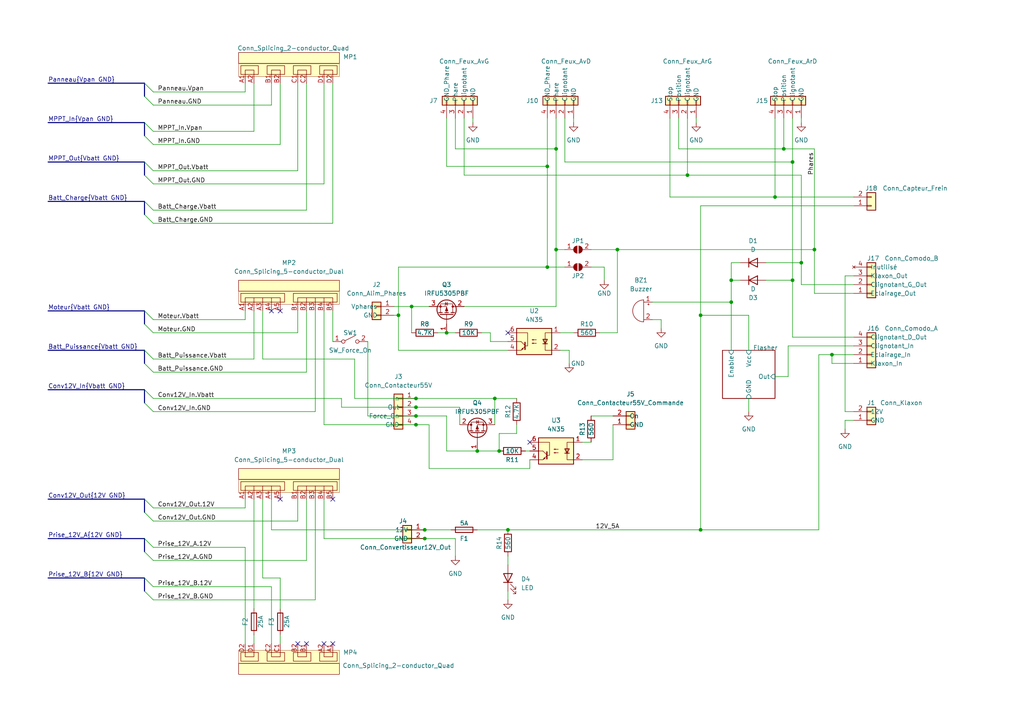
<source format=kicad_sch>
(kicad_sch (version 20211123) (generator eeschema)
  (paper "A4")
  (title_block (title "Boitier électrique vhéliotech") (date "2025-01-08") (company "Vélo solaire pour tous") (comment 1 "Licence CERN-OHL-S version 2"))
  (lib_symbols
    (symbol "Conn_Feux_Arriere_1" (pin_names (offset 1.016))
      (property "Reference" "J" (at 0 5.08 0))
      (property "Value" "Conn_Feux_Arriere_1" (at 0 -7.62 0))
      (symbol "Conn_Feux_Arriere_1_1_1"
        (rectangle (start -1.27 -4.953) (end 0 -5.207) (stroke (width 0.1524)))
        (rectangle (start -1.27 -2.413) (end 0 -2.667) (stroke (width 0.1524)))
        (rectangle (start -1.27 0.127) (end 0 -0.127) (stroke (width 0.1524)))
        (rectangle (start -1.27 2.667) (end 0 2.413) (stroke (width 0.1524)))
        (rectangle (start -1.27 3.81) (end 1.27 -6.35) (stroke (width 0.254)) (fill (type background)))
        (pin power_in line (at -5.08 2.54 0) (length 3.81) (name "GND") (number "1"))
        (pin passive line (at -5.08 0 0) (length 3.81) (name "Clignotant") (number "2"))
        (pin passive line (at -5.08 -2.54 0) (length 3.81) (name "Position") (number "3"))
        (pin passive line (at -5.08 -5.08 0) (length 3.81) (name "Stop") (number "4"))
      )
    )
    (symbol "Connector_Generic:Conn_01x02" (pin_names (offset 1.016) hide)
      (property "Reference" "J" (at 0 2.54 0))
      (property "Value" "Conn_01x02" (at 0 -5.08 0))
      (symbol "Conn_01x02_1_1"
        (rectangle (start -1.27 -2.413) (end 0 -2.667) (stroke (width 0.1524)))
        (rectangle (start -1.27 0.127) (end 0 -0.127) (stroke (width 0.1524)))
        (rectangle (start -1.27 1.27) (end 1.27 -3.81) (stroke (width 0.254)) (fill (type background)))
        (pin passive line (at -5.08 0 0) (length 3.81) (name "Pin_1") (number "1"))
        (pin passive line (at -5.08 -2.54 0) (length 3.81) (name "Pin_2") (number "2"))
      )
    )
    (symbol "Device:Buzzer" (pin_names (offset 0.0254) hide)
      (property "Reference" "BZ" (at 3.81 1.27 0))
      (property "Value" "Buzzer" (at 3.81 -1.27 0))
      (symbol "Buzzer_0_1"
        (arc (start 0 -3.175) (mid 3.175 0) (end 0 3.175))
        (polyline (pts (xy -1.651 1.905) (xy -1.143 1.905)))
        (polyline (pts (xy -1.397 2.159) (xy -1.397 1.651)))
        (polyline (pts (xy 0 3.175) (xy 0 -3.175)))
      )
      (symbol "Buzzer_1_1"
        (pin passive line (at -2.54 2.54 0) (length 2.54) (name "-") (number "1"))
        (pin passive line (at -2.54 -2.54 0) (length 2.54) (name "+") (number "2"))
      )
    )
    (symbol "Device:D" (pin_numbers hide) (pin_names (offset 1.016) hide)
      (property "Reference" "D" (at 0 2.54 0))
      (property "Value" "D" (at 0 -2.54 0))
      (symbol "D_0_1"
        (polyline (pts (xy -1.27 1.27) (xy -1.27 -1.27)) (stroke (width 0.254)))
        (polyline (pts (xy 1.27 0) (xy -1.27 0)))
        (polyline (pts (xy 1.27 1.27) (xy 1.27 -1.27) (xy -1.27 0) (xy 1.27 1.27)) (stroke (width 0.254)))
      )
      (symbol "D_1_1"
        (pin passive line (at -3.81 0 0) (length 2.54) (name "K") (number "1"))
        (pin passive line (at 3.81 0 180) (length 2.54) (name "A") (number "2"))
      )
    )
    (symbol "Device:LED" (pin_numbers hide) (pin_names (offset 1.016) hide)
      (property "Reference" "D" (at 0 2.54 0))
      (property "Value" "LED" (at 0 -2.54 0))
      (symbol "LED_0_1"
        (polyline (pts (xy -1.27 -1.27) (xy -1.27 1.27)) (stroke (width 0.254)))
        (polyline (pts (xy -1.27 0) (xy 1.27 0)))
        (polyline (pts (xy 1.27 -1.27) (xy 1.27 1.27) (xy -1.27 0) (xy 1.27 -1.27)) (stroke (width 0.254)))
        (polyline (pts (xy -3.048 -0.762) (xy -4.572 -2.286) (xy -3.81 -2.286) (xy -4.572 -2.286) (xy -4.572 -1.524)))
        (polyline (pts (xy -1.778 -0.762) (xy -3.302 -2.286) (xy -2.54 -2.286) (xy -3.302 -2.286) (xy -3.302 -1.524)))
      )
      (symbol "LED_1_1"
        (pin passive line (at -3.81 0 0) (length 2.54) (name "K") (number "1"))
        (pin passive line (at 3.81 0 180) (length 2.54) (name "A") (number "2"))
      )
    )
    (symbol "Device:R" (pin_numbers hide) (pin_names (offset 0))
      (property "Reference" "R" (at 2.032 0 90))
      (property "Value" "R" (at 0 0 90))
      (symbol "R_0_1"
        (rectangle (start -1.016 -2.54) (end 1.016 2.54) (stroke (width 0.254)))
      )
      (symbol "R_1_1"
        (pin passive line (at 0 3.81 270) (length 1.27) (name "~") (number "1"))
        (pin passive line (at 0 -3.81 90) (length 1.27) (name "~") (number "2"))
      )
    )
    (symbol "Isolator:4N35" (pin_names (offset 1.016))
      (property "Reference" "U" (at -5.08 5.08 0))
      (property "Value" "4N35" (at 0 5.08 0))
      (symbol "4N35_0_1"
        (rectangle (start -5.08 3.81) (end 5.08 -3.81) (stroke (width 0.254)) (fill (type background)))
        (polyline (pts (xy -3.81 -0.635) (xy -2.54 -0.635)) (stroke (width 0.254)))
        (polyline (pts (xy 2.667 -1.397) (xy 3.81 -2.54)))
        (polyline (pts (xy 2.667 -1.143) (xy 3.81 0)))
        (polyline (pts (xy 3.81 -2.54) (xy 5.08 -2.54)))
        (polyline (pts (xy 3.81 0) (xy 5.08 0)))
        (polyline (pts (xy 2.667 -0.254) (xy 2.667 -2.286) (xy 2.667 -2.286)) (stroke (width 0.3556)))
        (polyline (pts (xy -5.08 -2.54) (xy -3.175 -2.54) (xy -3.175 2.54) (xy -5.08 2.54)))
        (polyline (pts (xy -3.175 -0.635) (xy -3.81 0.635) (xy -2.54 0.635) (xy -3.175 -0.635)) (stroke (width 0.254)))
        (polyline (pts (xy 3.683 -2.413) (xy 3.429 -1.905) (xy 3.175 -2.159) (xy 3.683 -2.413)))
        (polyline (pts (xy 5.08 2.54) (xy 1.905 2.54) (xy 1.905 -1.27) (xy 2.54 -1.27)))
        (polyline (pts (xy -0.635 -0.508) (xy 0.635 -0.508) (xy 0.254 -0.635) (xy 0.254 -0.381) (xy 0.635 -0.508)))
        (polyline (pts (xy -0.635 0.508) (xy 0.635 0.508) (xy 0.254 0.381) (xy 0.254 0.635) (xy 0.635 0.508)))
      )
      (symbol "4N35_1_1"
        (pin passive line (at -7.62 2.54 0) (length 2.54) (name "~") (number "1"))
        (pin passive line (at -7.62 -2.54 0) (length 2.54) (name "~") (number "2"))
        (pin no_connect line (at -5.08 0 0) (length 2.54) hide (name "NC") (number "3"))
        (pin passive line (at 7.62 -2.54 180) (length 2.54) (name "~") (number "4"))
        (pin passive line (at 7.62 0 180) (length 2.54) (name "~") (number "5"))
        (pin passive line (at 7.62 2.54 180) (length 2.54) (name "~") (number "6"))
      )
    )
    (symbol "Jumper:SolderJumper_2_Open" (pin_names (offset 0) hide)
      (property "Reference" "JP" (at 0 2.032 0))
      (property "Value" "SolderJumper_2_Open" (at 0 -2.54 0))
      (symbol "SolderJumper_2_Open_0_1"
        (arc (start -0.254 1.016) (mid -1.27 0) (end -0.254 -1.016))
        (arc (start -0.254 1.016) (mid -1.27 0) (end -0.254 -1.016) (fill (type outline)))
        (polyline (pts (xy -0.254 1.016) (xy -0.254 -1.016)))
        (polyline (pts (xy 0.254 1.016) (xy 0.254 -1.016)))
        (arc (start 0.254 -1.016) (mid 1.27 0) (end 0.254 1.016))
        (arc (start 0.254 -1.016) (mid 1.27 0) (end 0.254 1.016) (fill (type outline)))
      )
      (symbol "SolderJumper_2_Open_1_1"
        (pin passive line (at -3.81 0 0) (length 2.54) (name "A") (number "1"))
        (pin passive line (at 3.81 0 180) (length 2.54) (name "B") (number "2"))
      )
    )
    (symbol "Switch:SW_SPST" (pin_names (offset 0) hide)
      (property "Reference" "SW" (at 0 3.175 0))
      (property "Value" "SW_SPST" (at 0 -2.54 0))
      (symbol "SW_SPST_0_0"
        (circle (center -2.032 0) (radius 0.508))
        (polyline (pts (xy -1.524 0.254) (xy 1.524 1.778)))
        (circle (center 2.032 0) (radius 0.508))
      )
      (symbol "SW_SPST_1_1"
        (pin passive line (at -5.08 0 0) (length 2.54) (name "A") (number "1"))
        (pin passive line (at 5.08 0 180) (length 2.54) (name "B") (number "2"))
      )
    )
    (symbol "Transistor_FET:FQP27P06" (pin_names hide)
      (property "Reference" "Q" (at 5.08 1.905 0))
      (property "Value" "FQP27P06" (at 5.08 0 0))
      (symbol "FQP27P06_0_1"
        (polyline (pts (xy 0.254 0) (xy -2.54 0)))
        (polyline (pts (xy 0.254 1.905) (xy 0.254 -1.905)) (stroke (width 0.254)))
        (polyline (pts (xy 0.762 -1.27) (xy 0.762 -2.286)) (stroke (width 0.254)))
        (polyline (pts (xy 0.762 0.508) (xy 0.762 -0.508)) (stroke (width 0.254)))
        (polyline (pts (xy 0.762 2.286) (xy 0.762 1.27)) (stroke (width 0.254)))
        (polyline (pts (xy 2.54 2.54) (xy 2.54 1.778)))
        (polyline (pts (xy 2.54 -2.54) (xy 2.54 0) (xy 0.762 0)))
        (polyline (pts (xy 0.762 1.778) (xy 3.302 1.778) (xy 3.302 -1.778) (xy 0.762 -1.778)))
        (polyline (pts (xy 2.286 0) (xy 1.27 0.381) (xy 1.27 -0.381) (xy 2.286 0)) (fill (type outline)))
        (polyline (pts (xy 2.794 -0.508) (xy 2.921 -0.381) (xy 3.683 -0.381) (xy 3.81 -0.254)))
        (polyline (pts (xy 3.302 -0.381) (xy 2.921 0.254) (xy 3.683 0.254) (xy 3.302 -0.381)))
        (circle (center 1.651 0) (radius 2.794) (stroke (width 0.254)))
        (circle (center 2.54 -1.778) (radius 0.254) (fill (type outline)))
        (circle (center 2.54 1.778) (radius 0.254) (fill (type outline)))
      )
      (symbol "FQP27P06_1_1"
        (pin input line (at -5.08 0 0) (length 2.54) (name "G") (number "1"))
        (pin passive line (at 2.54 5.08 270) (length 2.54) (name "D") (number "2"))
        (pin passive line (at 2.54 -5.08 90) (length 2.54) (name "S") (number "3"))
      )
    )
    (symbol "circuit:Conn_Alim_Phares" (pin_names (offset 1.016))
      (property "Reference" "J" (at 0 2.54 0))
      (property "Value" "Conn_Alim_Phares" (at 0 -5.08 0))
      (symbol "Conn_Alim_Phares_1_1"
        (rectangle (start -1.27 -2.413) (end 0 -2.667) (stroke (width 0.1524)))
        (rectangle (start -1.27 0.127) (end 0 -0.127) (stroke (width 0.1524)))
        (rectangle (start -1.27 1.27) (end 1.27 -3.81) (stroke (width 0.254)) (fill (type background)))
        (pin power_out line (at -5.08 0 0) (length 3.81) (name "Vphares") (number "1"))
        (pin power_out line (at -5.08 -2.54 0) (length 3.81) (name "GND") (number "2"))
      )
    )
    (symbol "circuit:Conn_Comodo_A" (pin_names (offset 1.016))
      (property "Reference" "J" (at 0 5.08 0))
      (property "Value" "Conn_Comodo_A" (at 0 -7.62 0))
      (symbol "Conn_Comodo_A_1_1"
        (rectangle (start -1.27 -4.953) (end 0 -5.207) (stroke (width 0.1524)))
        (rectangle (start -1.27 -2.413) (end 0 -2.667) (stroke (width 0.1524)))
        (rectangle (start -1.27 0.127) (end 0 -0.127) (stroke (width 0.1524)))
        (rectangle (start -1.27 2.667) (end 0 2.413) (stroke (width 0.1524)))
        (rectangle (start -1.27 3.81) (end 1.27 -6.35) (stroke (width 0.254)) (fill (type background)))
        (pin passive line (at -5.08 2.54 0) (length 3.81) (name "Klaxon_In") (number "1"))
        (pin passive line (at -5.08 0 0) (length 3.81) (name "Eclairage_In") (number "2"))
        (pin passive line (at -5.08 -2.54 0) (length 3.81) (name "Clignotant_In") (number "3"))
        (pin passive line (at -5.08 -5.08 0) (length 3.81) (name "Clignotant_D_Out") (number "4"))
      )
    )
    (symbol "circuit:Conn_Comodo_B" (pin_names (offset 1.016))
      (property "Reference" "J" (at 0 5.08 0))
      (property "Value" "Conn_Comodo_B" (at 0 -7.62 0))
      (symbol "Conn_Comodo_B_1_1"
        (rectangle (start -1.27 -4.953) (end 0 -5.207) (stroke (width 0.1524)))
        (rectangle (start -1.27 -2.413) (end 0 -2.667) (stroke (width 0.1524)))
        (rectangle (start -1.27 0.127) (end 0 -0.127) (stroke (width 0.1524)))
        (rectangle (start -1.27 2.667) (end 0 2.413) (stroke (width 0.1524)))
        (rectangle (start -1.27 3.81) (end 1.27 -6.35) (stroke (width 0.254)) (fill (type background)))
        (pin passive line (at -5.08 2.54 0) (length 3.81) (name "Eclairage_Out") (number "1"))
        (pin passive line (at -5.08 0 0) (length 3.81) (name "Clignotant_G_Out") (number "2"))
        (pin passive line (at -5.08 -2.54 0) (length 3.81) (name "Klaxon_Out") (number "3"))
        (pin no_connect line (at -5.08 -5.08 0) (length 3.81) (name "Inutilisé") (number "4"))
      )
    )
    (symbol "circuit:Conn_Contacteur55V" (pin_names (offset 1.016))
      (property "Reference" "J" (at 0 5.08 0))
      (property "Value" "Conn_Contacteur55V" (at 0 -7.62 0))
      (symbol "Conn_Contacteur55V_1_1"
        (rectangle (start -1.27 -4.953) (end 0 -5.207) (stroke (width 0.1524)))
        (rectangle (start -1.27 -2.413) (end 0 -2.667) (stroke (width 0.1524)))
        (rectangle (start -1.27 0.127) (end 0 -0.127) (stroke (width 0.1524)))
        (rectangle (start -1.27 2.667) (end 0 2.413) (stroke (width 0.1524)))
        (rectangle (start -1.27 3.81) (end 1.27 -6.35) (stroke (width 0.254)) (fill (type background)))
        (pin power_in line (at -5.08 2.54 0) (length 3.81) (name "In") (number "1"))
        (pin power_in line (at -5.08 0 0) (length 3.81) (name "Out") (number "2"))
        (pin passive line (at -5.08 -2.54 0) (length 3.81) (name "Force_On") (number "3"))
        (pin power_in line (at -5.08 -5.08 0) (length 3.81) (name "GND") (number "4"))
      )
    )
    (symbol "circuit:Conn_Contacteur55V_Commande" (pin_names (offset 1.016))
      (property "Reference" "J" (at 0 2.54 0))
      (property "Value" "Conn_Contacteur55V_Commande" (at 0 -5.08 0))
      (symbol "Conn_Contacteur55V_Commande_1_1"
        (rectangle (start -1.27 -2.413) (end 0 -2.667) (stroke (width 0.1524)))
        (rectangle (start -1.27 0.127) (end 0 -0.127) (stroke (width 0.1524)))
        (rectangle (start -1.27 1.27) (end 1.27 -3.81) (stroke (width 0.254)) (fill (type background)))
        (pin power_in line (at -5.08 0 0) (length 3.81) (name "GND") (number "1"))
        (pin passive line (at -5.08 -2.54 0) (length 3.81) (name "On") (number "2"))
      )
    )
    (symbol "circuit:Conn_Convertisseur12V_Out" (pin_names (offset 1.016))
      (property "Reference" "J" (at 0 2.54 0))
      (property "Value" "Conn_Convertisseur12V_Out" (at 0 -5.08 0))
      (symbol "Conn_Convertisseur12V_Out_1_1"
        (rectangle (start -1.27 -2.413) (end 0 -2.667) (stroke (width 0.1524)))
        (rectangle (start -1.27 0.127) (end 0 -0.127) (stroke (width 0.1524)))
        (rectangle (start -1.27 1.27) (end 1.27 -3.81) (stroke (width 0.254)) (fill (type background)))
        (pin power_out line (at -5.08 0 0) (length 3.81) (name "12V") (number "1"))
        (pin power_out line (at -5.08 -2.54 0) (length 3.81) (name "GND") (number "2"))
      )
    )
    (symbol "circuit:Conn_Feux_Arriere" (pin_names (offset 1.016))
      (property "Reference" "J" (at 0 5.08 0))
      (property "Value" "Conn_Feux_Arriere" (at 0 -7.62 0))
      (symbol "Conn_Feux_Arriere_1_1"
        (rectangle (start -1.27 -4.953) (end 0 -5.207) (stroke (width 0.1524)))
        (rectangle (start -1.27 -2.413) (end 0 -2.667) (stroke (width 0.1524)))
        (rectangle (start -1.27 0.127) (end 0 -0.127) (stroke (width 0.1524)))
        (rectangle (start -1.27 2.667) (end 0 2.413) (stroke (width 0.1524)))
        (rectangle (start -1.27 3.81) (end 1.27 -6.35) (stroke (width 0.254)) (fill (type background)))
        (pin power_in line (at -5.08 2.54 0) (length 3.81) (name "GND") (number "1"))
        (pin passive line (at -5.08 0 0) (length 3.81) (name "Clignotant") (number "2"))
        (pin passive line (at -5.08 -2.54 0) (length 3.81) (name "Position") (number "3"))
        (pin passive line (at -5.08 -5.08 0) (length 3.81) (name "Stop") (number "4"))
      )
    )
    (symbol "circuit:Conn_Feux_Avant" (pin_names (offset 1.016))
      (property "Reference" "J" (at 0 5.08 0))
      (property "Value" "Conn_Feux_Avant" (at 0 -7.62 0))
      (symbol "Conn_Feux_Avant_1_1"
        (rectangle (start -1.27 -4.953) (end 0 -5.207) (stroke (width 0.1524)))
        (rectangle (start -1.27 -2.413) (end 0 -2.667) (stroke (width 0.1524)))
        (rectangle (start -1.27 0.127) (end 0 -0.127) (stroke (width 0.1524)))
        (rectangle (start -1.27 2.667) (end 0 2.413) (stroke (width 0.1524)))
        (rectangle (start -1.27 3.81) (end 1.27 -6.35) (stroke (width 0.254)) (fill (type background)))
        (pin power_in line (at -5.08 2.54 0) (length 3.81) (name "GND") (number "1"))
        (pin passive line (at -5.08 0 0) (length 3.81) (name "Clignotant") (number "2"))
        (pin passive line (at -5.08 -2.54 0) (length 3.81) (name "Phare") (number "3"))
        (pin power_in line (at -5.08 -5.08 0) (length 3.81) (name "GND_Phare") (number "4"))
      )
    )
    (symbol "circuit:Conn_Klaxon" (pin_names (offset 1.016))
      (property "Reference" "J" (at 0 2.54 0))
      (property "Value" "Conn_Klaxon" (at 0 -5.08 0))
      (symbol "Conn_Klaxon_1_1"
        (rectangle (start -1.27 -2.413) (end 0 -2.667) (stroke (width 0.1524)))
        (rectangle (start -1.27 0.127) (end 0 -0.127) (stroke (width 0.1524)))
        (rectangle (start -1.27 1.27) (end 1.27 -3.81) (stroke (width 0.254)) (fill (type background)))
        (pin power_in line (at -5.08 0 0) (length 3.81) (name "GND") (number "1"))
        (pin passive line (at -5.08 -2.54 0) (length 3.81) (name "12V") (number "2"))
      )
    )
    (symbol "circuit:Conn_Splicing_2-conductor_Quad"
      (property "Reference" "MP" (at 0.635 11.43 0))
      (property "Value" "Conn_Splicing_2-conductor_Quad" (at 1.27 -21.59 0))
      (symbol "Conn_Splicing_2-conductor_Quad_0_1"
        (rectangle (start -3.175 9.525) (end 0.635 -19.685) (stroke (width 0.01)) (fill (type background)))
        (rectangle (start -2.54 -13.97) (end 0 -19.05))
        (rectangle (start -2.54 -6.35) (end 0 -11.43))
        (rectangle (start -2.54 1.27) (end 0 -3.81))
        (rectangle (start -2.54 8.89) (end 0 3.81))
        (polyline (pts (xy -2.54 -15.24) (xy -1.27 -15.24) (xy -1.27 -17.78) (xy -2.54 -17.78)))
        (polyline (pts (xy -2.54 -7.62) (xy -1.27 -7.62) (xy -1.27 -10.16) (xy -2.54 -10.16)))
        (polyline (pts (xy -2.54 0) (xy -1.27 0) (xy -1.27 -2.54) (xy -2.54 -2.54)))
        (polyline (pts (xy -2.54 7.62) (xy -1.27 7.62) (xy -1.27 5.08) (xy -2.54 5.08)))
        (rectangle (start 0.635 9.525) (end 3.81 -19.685) (fill (type background)))
      )
      (symbol "Conn_Splicing_2-conductor_Quad_1_1"
        (pin passive line (at -5.08 7.62 0) (length 2.54) (name "") (number "A1"))
        (pin passive line (at -5.08 5.08 0) (length 2.54) (name "") (number "A2"))
        (pin passive line (at -5.08 0 0) (length 2.54) (name "") (number "B1"))
        (pin passive line (at -5.08 -2.54 0) (length 2.54) (name "") (number "B2"))
        (pin passive line (at -5.08 -7.62 0) (length 2.54) (name "") (number "C1"))
        (pin passive line (at -5.08 -10.16 0) (length 2.54) (name "") (number "C2"))
        (pin passive line (at -5.08 -15.24 0) (length 2.54) (name "") (number "D1"))
        (pin passive line (at -5.08 -17.78 0) (length 2.54) (name "") (number "D2"))
      )
    )
    (symbol "circuit:Conn_Splicing_5-conductor_Dual"
      (property "Reference" "MP" (at 0.635 11.43 0))
      (property "Value" "Conn_Splicing_5-conductor_Dual" (at 1.27 -21.59 0))
      (symbol "Conn_Splicing_5-conductor_Dual_0_1"
        (rectangle (start -3.175 9.525) (end 0.635 -19.685) (stroke (width 0.01)) (fill (type background)))
        (rectangle (start -2.54 -6.35) (end 0 -19.05))
        (rectangle (start -2.54 8.89) (end 0 -3.81))
        (polyline (pts (xy -1.27 -15.24) (xy -2.54 -15.24)))
        (polyline (pts (xy -1.27 -12.7) (xy -2.54 -12.7)))
        (polyline (pts (xy -1.27 -10.16) (xy -2.54 -10.16)))
        (polyline (pts (xy -1.27 0) (xy -2.54 0)))
        (polyline (pts (xy -1.27 2.54) (xy -2.54 2.54)))
        (polyline (pts (xy -1.27 5.08) (xy -2.54 5.08)))
        (polyline (pts (xy -2.54 -7.62) (xy -1.27 -7.62) (xy -1.27 -17.78) (xy -2.54 -17.78)))
        (polyline (pts (xy -2.54 7.62) (xy -1.27 7.62) (xy -1.27 -2.54) (xy -2.54 -2.54)))
        (rectangle (start 0.635 9.525) (end 3.81 -19.685) (fill (type background)))
      )
      (symbol "Conn_Splicing_5-conductor_Dual_1_1"
        (pin passive line (at -5.08 7.62 0) (length 2.54) (name "") (number "A1"))
        (pin passive line (at -5.08 5.08 0) (length 2.54) (name "") (number "A2"))
        (pin passive line (at -5.08 2.54 0) (length 2.54) (name "") (number "A3"))
        (pin passive line (at -5.08 0 0) (length 2.54) (name "") (number "A4"))
        (pin passive line (at -5.08 -2.54 0) (length 2.54) (name "") (number "A5"))
        (pin passive line (at -5.08 -7.62 0) (length 2.54) (name "") (number "B1"))
        (pin passive line (at -5.08 -10.16 0) (length 2.54) (name "") (number "B2"))
        (pin passive line (at -5.08 -12.7 0) (length 2.54) (name "") (number "B3"))
        (pin passive line (at -5.08 -15.24 0) (length 2.54) (name "") (number "B4"))
        (pin passive line (at -5.08 -17.78 0) (length 2.54) (name "") (number "B5"))
      )
    )
    (symbol "circuit:Fuse" (pin_numbers hide) (pin_names (offset 0))
      (property "Reference" "F" (at 2.032 0 90))
      (property "Value" "Fuse" (at -1.905 0 90))
      (symbol "Fuse_0_1"
        (rectangle (start -0.762 -2.54) (end 0.762 2.54) (stroke (width 0.254)))
        (polyline (pts (xy 0 2.54) (xy 0 -2.54)))
      )
      (symbol "Fuse_1_1"
        (pin passive line (at 0 3.81 270) (length 1.27) (name "~") (number "1"))
        (pin passive line (at 0 -3.81 90) (length 1.27) (name "~") (number "2"))
      )
    )
    (symbol "power:GND" (power) (pin_names (offset 0))
      (property "Value" "GND" (at 0 -3.81 0))
      (symbol "GND_0_1"
        (polyline (pts (xy 0 0) (xy 0 -1.27) (xy 1.27 -1.27) (xy 0 -2.54) (xy -1.27 -1.27) (xy 0 -1.27)))
      )
      (symbol "GND_1_1"
        (pin power_in line (at 0 0 270) (length 0) hide (name "GND") (number "1"))
      )
    )
  )
  (junction (at 123.19 156.21))
  (junction (at 179.07 72.39))
  (junction (at 199.39 50.8))
  (junction (at 120.65 118.11))
  (junction (at 161.29 43.18))
  (junction (at 120.65 123.19))
  (junction (at 224.79 57.15))
  (junction (at 241.3 102.87))
  (junction (at 229.87 81.28))
  (junction (at 203.2 91.44))
  (junction (at 115.57 91.44))
  (junction (at 227.33 43.18))
  (junction (at 161.29 72.39))
  (junction (at 229.87 46.99))
  (junction (at 138.43 130.81))
  (junction (at 212.09 81.28))
  (junction (at 236.22 72.39))
  (junction (at 158.75 48.26))
  (junction (at 212.09 87.63))
  (junction (at 203.2 153.67))
  (junction (at 143.51 115.57))
  (junction (at 120.65 120.65))
  (junction (at 147.32 153.67))
  (junction (at 129.54 96.52))
  (junction (at 123.19 153.67))
  (junction (at 144.78 130.81))
  (junction (at 232.41 76.2))
  (junction (at 120.65 115.57))
  (junction (at 158.75 77.47))
  (junction (at 119.38 88.9))
  (no_connect (at 96.52 186.69))
  (no_connect (at 96.52 144.78))
  (no_connect (at 147.32 96.52))
  (no_connect (at 78.74 90.17))
  (no_connect (at 88.9 186.69))
  (no_connect (at 93.98 186.69))
  (no_connect (at 86.36 186.69))
  (no_connect (at 81.28 144.78))
  (no_connect (at 153.67 128.27))
  (no_connect (at 81.28 90.17))
  (bus_entry (at 41.91 35.56) (size 2.54 2.54))
  (bus_entry (at 41.91 105.41) (size 2.54 2.54))
  (bus_entry (at 41.91 144.78) (size 2.54 2.54))
  (bus_entry (at 41.91 58.42) (size 2.54 2.54))
  (bus_entry (at 41.91 116.84) (size 2.54 2.54))
  (bus_entry (at 41.91 62.23) (size 2.54 2.54))
  (bus_entry (at 41.91 24.13) (size 2.54 2.54))
  (bus_entry (at 41.91 50.8) (size 2.54 2.54))
  (bus_entry (at 41.91 167.64) (size 2.54 2.54))
  (bus_entry (at 41.91 46.99) (size 2.54 2.54))
  (bus_entry (at 41.91 156.21) (size 2.54 2.54))
  (bus_entry (at 41.91 93.98) (size 2.54 2.54))
  (bus_entry (at 41.91 113.03) (size 2.54 2.54))
  (bus_entry (at 41.91 171.45) (size 2.54 2.54))
  (bus_entry (at 41.91 90.17) (size 2.54 2.54))
  (bus_entry (at 41.91 148.59) (size 2.54 2.54))
  (bus_entry (at 41.91 27.94) (size 2.54 2.54))
  (bus_entry (at 41.91 160.02) (size 2.54 2.54))
  (bus_entry (at 41.91 101.6) (size 2.54 2.54))
  (bus_entry (at 41.91 39.37) (size 2.54 2.54))
  (wire (pts (xy 217.17 115.57) (xy 217.17 119.38)))
  (wire (pts (xy 71.12 147.32) (xy 71.12 144.78)))
  (wire (pts (xy 212.09 87.63) (xy 212.09 101.6)))
  (wire (pts (xy 161.29 72.39) (xy 161.29 88.9)))
  (wire (pts (xy 247.65 121.92) (xy 245.11 121.92)))
  (bus (pts (xy 41.91 35.56) (xy 41.91 39.37)))
  (wire (pts (xy 88.9 162.56) (xy 88.9 144.78)))
  (wire (pts (xy 129.54 34.29) (xy 129.54 48.26)))
  (wire (pts (xy 228.6 100.33) (xy 228.6 109.22)))
  (wire (pts (xy 222.25 76.2) (xy 232.41 76.2)))
  (wire (pts (xy 161.29 43.18) (xy 132.08 43.18)))
  (wire (pts (xy 212.09 81.28) (xy 212.09 87.63)))
  (bus (pts (xy 13.97 24.13) (xy 41.91 24.13)))
  (wire (pts (xy 44.45 162.56) (xy 88.9 162.56)))
  (bus (pts (xy 41.91 144.78) (xy 41.91 148.59)))
  (wire (pts (xy 44.45 158.75) (xy 71.12 158.75)))
  (wire (pts (xy 227.33 34.29) (xy 227.33 43.18)))
  (wire (pts (xy 44.45 170.18) (xy 78.74 170.18)))
  (wire (pts (xy 93.98 90.17) (xy 93.98 123.19)))
  (wire (pts (xy 76.2 104.14) (xy 102.87 104.14)))
  (wire (pts (xy 199.39 34.29) (xy 199.39 50.8)))
  (wire (pts (xy 153.67 133.35) (xy 153.67 135.89)))
  (wire (pts (xy 147.32 171.45) (xy 147.32 173.99)))
  (wire (pts (xy 127 96.52) (xy 129.54 96.52)))
  (wire (pts (xy 88.9 60.96) (xy 88.9 24.13)))
  (wire (pts (xy 158.75 77.47) (xy 115.57 77.47)))
  (wire (pts (xy 229.87 46.99) (xy 163.83 46.99)))
  (wire (pts (xy 120.65 123.19) (xy 93.98 123.19)))
  (wire (pts (xy 161.29 72.39) (xy 163.83 72.39)))
  (wire (pts (xy 44.45 147.32) (xy 71.12 147.32)))
  (wire (pts (xy 73.66 144.78) (xy 73.66 176.53)))
  (wire (pts (xy 147.32 99.06) (xy 142.24 99.06)))
  (wire (pts (xy 237.49 153.67) (xy 237.49 102.87)))
  (wire (pts (xy 162.56 96.52) (xy 166.37 96.52)))
  (wire (pts (xy 81.28 167.64) (xy 81.28 176.53)))
  (wire (pts (xy 44.45 30.48) (xy 78.74 30.48)))
  (wire (pts (xy 137.16 34.29) (xy 137.16 35.56)))
  (wire (pts (xy 161.29 34.29) (xy 161.29 43.18)))
  (wire (pts (xy 241.3 105.41) (xy 241.3 102.87)))
  (wire (pts (xy 114.3 91.44) (xy 115.57 91.44)))
  (wire (pts (xy 44.45 26.67) (xy 71.12 26.67)))
  (wire (pts (xy 102.87 115.57) (xy 120.65 115.57)))
  (wire (pts (xy 179.07 72.39) (xy 236.22 72.39)))
  (wire (pts (xy 96.52 90.17) (xy 96.52 99.06)))
  (wire (pts (xy 158.75 77.47) (xy 163.83 77.47)))
  (wire (pts (xy 147.32 153.67) (xy 203.2 153.67)))
  (wire (pts (xy 71.12 92.71) (xy 71.12 90.17)))
  (wire (pts (xy 161.29 43.18) (xy 161.29 72.39)))
  (wire (pts (xy 245.11 119.38) (xy 247.65 119.38)))
  (wire (pts (xy 86.36 96.52) (xy 86.36 90.17)))
  (wire (pts (xy 247.65 97.79) (xy 229.87 97.79)))
  (wire (pts (xy 91.44 173.99) (xy 91.44 144.78)))
  (bus (pts (xy 13.97 144.78) (xy 41.91 144.78)))
  (wire (pts (xy 102.87 104.14) (xy 102.87 115.57)))
  (wire (pts (xy 78.74 186.69) (xy 78.74 170.18)))
  (bus (pts (xy 13.97 156.21) (xy 41.91 156.21)))
  (wire (pts (xy 203.2 91.44) (xy 217.17 91.44)))
  (bus (pts (xy 13.97 58.42) (xy 41.91 58.42)))
  (bus (pts (xy 13.97 35.56) (xy 41.91 35.56)))
  (wire (pts (xy 129.54 120.65) (xy 129.54 130.81)))
  (wire (pts (xy 245.11 80.01) (xy 245.11 119.38)))
  (wire (pts (xy 129.54 48.26) (xy 158.75 48.26)))
  (wire (pts (xy 73.66 184.15) (xy 73.66 186.69)))
  (wire (pts (xy 203.2 91.44) (xy 203.2 153.67)))
  (wire (pts (xy 224.79 57.15) (xy 224.79 34.29)))
  (wire (pts (xy 123.19 156.21) (xy 132.08 156.21)))
  (wire (pts (xy 162.56 101.6) (xy 165.1 101.6)))
  (wire (pts (xy 138.43 153.67) (xy 147.32 153.67)))
  (wire (pts (xy 191.77 95.25) (xy 191.77 92.71)))
  (wire (pts (xy 179.07 72.39) (xy 179.07 96.52)))
  (wire (pts (xy 201.93 34.29) (xy 201.93 35.56)))
  (wire (pts (xy 236.22 43.18) (xy 236.22 72.39)))
  (wire (pts (xy 177.8 123.19) (xy 177.8 133.35)))
  (wire (pts (xy 81.28 184.15) (xy 81.28 186.69)))
  (wire (pts (xy 158.75 48.26) (xy 158.75 77.47)))
  (wire (pts (xy 76.2 90.17) (xy 76.2 104.14)))
  (wire (pts (xy 78.74 30.48) (xy 78.74 24.13)))
  (wire (pts (xy 212.09 76.2) (xy 212.09 81.28)))
  (wire (pts (xy 78.74 153.67) (xy 78.74 144.78)))
  (wire (pts (xy 153.67 135.89) (xy 124.46 135.89)))
  (wire (pts (xy 44.45 53.34) (xy 93.98 53.34)))
  (wire (pts (xy 194.31 57.15) (xy 194.31 34.29)))
  (wire (pts (xy 229.87 81.28) (xy 229.87 97.79)))
  (wire (pts (xy 114.3 88.9) (xy 119.38 88.9)))
  (wire (pts (xy 120.65 118.11) (xy 133.35 118.11)))
  (wire (pts (xy 228.6 100.33) (xy 247.65 100.33)))
  (wire (pts (xy 134.62 50.8) (xy 134.62 34.29)))
  (wire (pts (xy 245.11 80.01) (xy 247.65 80.01)))
  (wire (pts (xy 115.57 91.44) (xy 115.57 101.6)))
  (wire (pts (xy 222.25 81.28) (xy 229.87 81.28)))
  (bus (pts (xy 13.97 113.03) (xy 41.91 113.03)))
  (wire (pts (xy 168.91 128.27) (xy 171.45 128.27)))
  (bus (pts (xy 41.91 101.6) (xy 41.91 105.41)))
  (wire (pts (xy 179.07 96.52) (xy 173.99 96.52)))
  (wire (pts (xy 115.57 77.47) (xy 115.57 91.44)))
  (bus (pts (xy 41.91 46.99) (xy 41.91 50.8)))
  (wire (pts (xy 88.9 107.95) (xy 88.9 90.17)))
  (wire (pts (xy 44.45 115.57) (xy 99.06 115.57)))
  (wire (pts (xy 144.78 125.73) (xy 144.78 130.81)))
  (wire (pts (xy 212.09 81.28) (xy 214.63 81.28)))
  (bus (pts (xy 41.91 24.13) (xy 41.91 27.94)))
  (wire (pts (xy 86.36 151.13) (xy 86.36 144.78)))
  (wire (pts (xy 44.45 107.95) (xy 88.9 107.95)))
  (wire (pts (xy 76.2 144.78) (xy 76.2 167.64)))
  (wire (pts (xy 232.41 76.2) (xy 232.41 82.55)))
  (wire (pts (xy 147.32 161.29) (xy 147.32 163.83)))
  (wire (pts (xy 203.2 59.69) (xy 247.65 59.69)))
  (wire (pts (xy 99.06 118.11) (xy 99.06 115.57)))
  (wire (pts (xy 189.23 87.63) (xy 212.09 87.63)))
  (wire (pts (xy 106.68 99.06) (xy 106.68 120.65)))
  (wire (pts (xy 149.86 123.19) (xy 149.86 125.73)))
  (wire (pts (xy 86.36 49.53) (xy 86.36 24.13)))
  (wire (pts (xy 123.19 153.67) (xy 78.74 153.67)))
  (wire (pts (xy 44.45 41.91) (xy 81.28 41.91)))
  (wire (pts (xy 237.49 102.87) (xy 241.3 102.87)))
  (wire (pts (xy 196.85 34.29) (xy 196.85 43.18)))
  (wire (pts (xy 93.98 156.21) (xy 93.98 144.78)))
  (wire (pts (xy 81.28 41.91) (xy 81.28 24.13)))
  (wire (pts (xy 147.32 101.6) (xy 115.57 101.6)))
  (wire (pts (xy 203.2 59.69) (xy 203.2 91.44)))
  (wire (pts (xy 214.63 76.2) (xy 212.09 76.2)))
  (bus (pts (xy 41.91 167.64) (xy 41.91 171.45)))
  (wire (pts (xy 171.45 120.65) (xy 177.8 120.65)))
  (wire (pts (xy 44.45 119.38) (xy 91.44 119.38)))
  (wire (pts (xy 73.66 104.14) (xy 73.66 90.17)))
  (wire (pts (xy 120.65 120.65) (xy 129.54 120.65)))
  (wire (pts (xy 119.38 88.9) (xy 119.38 96.52)))
  (wire (pts (xy 44.45 64.77) (xy 96.52 64.77)))
  (wire (pts (xy 241.3 102.87) (xy 247.65 102.87)))
  (wire (pts (xy 171.45 72.39) (xy 179.07 72.39)))
  (wire (pts (xy 44.45 151.13) (xy 86.36 151.13)))
  (wire (pts (xy 199.39 50.8) (xy 134.62 50.8)))
  (wire (pts (xy 168.91 133.35) (xy 177.8 133.35)))
  (wire (pts (xy 247.65 105.41) (xy 241.3 105.41)))
  (wire (pts (xy 44.45 49.53) (xy 86.36 49.53)))
  (wire (pts (xy 91.44 119.38) (xy 91.44 90.17)))
  (wire (pts (xy 132.08 156.21) (xy 132.08 161.29)))
  (wire (pts (xy 232.41 50.8) (xy 232.41 76.2)))
  (wire (pts (xy 138.43 130.81) (xy 144.78 130.81)))
  (wire (pts (xy 245.11 121.92) (xy 245.11 124.46)))
  (wire (pts (xy 73.66 38.1) (xy 73.66 24.13)))
  (wire (pts (xy 124.46 135.89) (xy 124.46 123.19)))
  (wire (pts (xy 203.2 153.67) (xy 237.49 153.67)))
  (wire (pts (xy 224.79 57.15) (xy 194.31 57.15)))
  (wire (pts (xy 142.24 99.06) (xy 142.24 96.52)))
  (wire (pts (xy 163.83 46.99) (xy 163.83 34.29)))
  (wire (pts (xy 44.45 92.71) (xy 71.12 92.71)))
  (wire (pts (xy 71.12 26.67) (xy 71.12 24.13)))
  (wire (pts (xy 224.79 57.15) (xy 247.65 57.15)))
  (bus (pts (xy 13.97 167.64) (xy 41.91 167.64)))
  (wire (pts (xy 175.26 81.28) (xy 175.26 77.47)))
  (wire (pts (xy 236.22 85.09) (xy 247.65 85.09)))
  (wire (pts (xy 143.51 115.57) (xy 143.51 123.19)))
  (wire (pts (xy 133.35 123.19) (xy 133.35 118.11)))
  (wire (pts (xy 171.45 77.47) (xy 175.26 77.47)))
  (wire (pts (xy 44.45 60.96) (xy 88.9 60.96)))
  (wire (pts (xy 44.45 96.52) (xy 86.36 96.52)))
  (wire (pts (xy 106.68 120.65) (xy 120.65 120.65)))
  (bus (pts (xy 41.91 90.17) (xy 41.91 93.98)))
  (wire (pts (xy 124.46 123.19) (xy 120.65 123.19)))
  (wire (pts (xy 236.22 72.39) (xy 236.22 85.09)))
  (wire (pts (xy 158.75 48.26) (xy 158.75 34.29)))
  (wire (pts (xy 152.4 130.81) (xy 153.67 130.81)))
  (wire (pts (xy 120.65 115.57) (xy 143.51 115.57)))
  (wire (pts (xy 229.87 46.99) (xy 229.87 81.28)))
  (wire (pts (xy 44.45 173.99) (xy 91.44 173.99)))
  (wire (pts (xy 119.38 88.9) (xy 124.46 88.9)))
  (wire (pts (xy 96.52 64.77) (xy 96.52 24.13)))
  (bus (pts (xy 13.97 46.99) (xy 41.91 46.99)))
  (bus (pts (xy 13.97 101.6) (xy 41.91 101.6)))
  (wire (pts (xy 199.39 50.8) (xy 232.41 50.8)))
  (wire (pts (xy 99.06 118.11) (xy 120.65 118.11)))
  (bus (pts (xy 41.91 58.42) (xy 41.91 62.23)))
  (wire (pts (xy 229.87 34.29) (xy 229.87 46.99)))
  (wire (pts (xy 166.37 34.29) (xy 166.37 35.56)))
  (wire (pts (xy 44.45 104.14) (xy 73.66 104.14)))
  (bus (pts (xy 41.91 156.21) (xy 41.91 160.02)))
  (wire (pts (xy 224.79 109.22) (xy 228.6 109.22)))
  (bus (pts (xy 13.97 90.17) (xy 41.91 90.17)))
  (wire (pts (xy 191.77 92.71) (xy 189.23 92.71)))
  (wire (pts (xy 232.41 82.55) (xy 247.65 82.55)))
  (wire (pts (xy 232.41 34.29) (xy 232.41 35.56)))
  (wire (pts (xy 44.45 38.1) (xy 73.66 38.1)))
  (wire (pts (xy 217.17 91.44) (xy 217.17 101.6)))
  (wire (pts (xy 143.51 115.57) (xy 149.86 115.57)))
  (wire (pts (xy 196.85 43.18) (xy 227.33 43.18)))
  (wire (pts (xy 76.2 167.64) (xy 81.28 167.64)))
  (wire (pts (xy 134.62 88.9) (xy 161.29 88.9)))
  (wire (pts (xy 129.54 96.52) (xy 132.08 96.52)))
  (wire (pts (xy 129.54 130.81) (xy 138.43 130.81)))
  (wire (pts (xy 123.19 156.21) (xy 93.98 156.21)))
  (wire (pts (xy 227.33 43.18) (xy 236.22 43.18)))
  (bus (pts (xy 41.91 113.03) (xy 41.91 116.84)))
  (wire (pts (xy 149.86 125.73) (xy 144.78 125.73)))
  (wire (pts (xy 71.12 186.69) (xy 71.12 158.75)))
  (wire (pts (xy 123.19 153.67) (xy 130.81 153.67)))
  (wire (pts (xy 132.08 43.18) (xy 132.08 34.29)))
  (wire (pts (xy 93.98 53.34) (xy 93.98 24.13)))
  (wire (pts (xy 142.24 96.52) (xy 139.7 96.52)))
  (wire (pts (xy 165.1 101.6) (xy 165.1 105.41)))
  (label "Panneau.Vpan" (at 45.72 26.67 0))
  (label "Panneau.GND" (at 45.72 30.48 0))
  (label "Conv12V_In.Vbatt" (at 45.72 115.57 0))
  (label "Batt_Charge{Vbatt GND}" (at 13.97 58.42 0))
  (label "MPPT_Out{Vbatt GND}" (at 13.97 46.99 0))
  (label "Moteur.GND" (at 45.72 96.52 0))
  (label "Batt_Puissance.Vbatt" (at 45.72 104.14 0))
  (label "Panneau{Vpan GND}" (at 13.97 24.13 0))
  (label "Moteur.Vbatt" (at 45.72 92.71 0))
  (label "Phares" (at 236.22 50.8 90))
  (label "Conv12V_Out.GND" (at 45.72 151.13 0))
  (label "Batt_Charge.GND" (at 45.72 64.77 0))
  (label "Conv12V_Out{12V GND}" (at 13.97 144.78 0))
  (label "MPPT_In{Vpan GND}" (at 13.97 35.56 0))
  (label "Batt_Charge.Vbatt" (at 45.72 60.96 0))
  (label "Prise_12V_B{12V GND}" (at 13.97 167.64 0))
  (label "Conv12V_In{Vbatt GND}" (at 13.97 113.03 0))
  (label "Prise_12V_A.GND" (at 45.72 162.56 0))
  (label "MPPT_In.GND" (at 45.72 41.91 0))
  (label "12V_5A" (at 172.72 153.67 0))
  (label "Batt_Puissance.GND" (at 45.72 107.95 0))
  (label "Conv12V_In.GND" (at 45.72 119.38 0))
  (label "Batt_Puissance{Vbatt GND}" (at 13.97 101.6 0))
  (label "Prise_12V_A.12V" (at 45.72 158.75 0))
  (label "Moteur{Vbatt GND}" (at 13.97 90.17 0))
  (label "Prise_12V_A{12V GND}" (at 13.97 156.21 0))
  (label "Prise_12V_B.12V" (at 45.72 170.18 0))
  (label "MPPT_Out.GND" (at 45.72 53.34 0))
  (label "MPPT_Out.Vbatt" (at 45.72 49.53 0))
  (label "MPPT_In.Vpan" (at 45.72 38.1 0))
  (label "Conv12V_Out.12V" (at 45.72 147.32 0))
  (label "Prise_12V_B.GND" (at 45.72 173.99 0))
  (symbol (lib_id "Isolator:4N35") (at 154.94 99.06 0) (mirror y) (unit 1)
    (property "Reference" "U2" (at 154.94 90.17 0))
    (property "Value" "4N35" (at 154.94 92.71 0))
    (property "Footprint" "Package_DIP:DIP-6_W7.62mm" (effects hide))
    (property "Datasheet" "https://www.vishay.com/docs/81181/4n35.pdf" (effects hide))
  )
  (symbol (lib_id "power:GND") (at 245.11 124.46 0) (unit 1)
    (property "Reference" "#PWR0102" (effects hide))
    (property "Value" "GND" (at 245.11 129.54 0))
  )
  (symbol (lib_id "power:GND") (at 132.08 161.29 0) (unit 1)
    (property "Reference" "#PWR0107" (effects hide))
    (property "Value" "GND" (at 132.08 166.37 0))
  )
  (symbol (lib_id "circuit:Conn_Feux_Avant") (at 163.83 29.21 270) (mirror x) (unit 1)
    (property "Reference" "J10" (at 156.21 29.21 90) (effects (justify right)))
    (property "Value" "Conn_Feux_AvD" (at 171.45 17.78 90) (effects (justify right)))
    (property "Footprint" "circuit:TerminalBlock_Wago_2601-3104_1x04_P3.50mm_Vertical" (effects hide))
  )
  (symbol (lib_id "circuit:Conn_Contacteur55V") (at 115.57 118.11 0) (mirror y) (unit 1)
    (property "Reference" "J3" (at 115.57 109.22 0))
    (property "Value" "Conn_Contacteur55V" (at 115.57 111.76 0))
    (property "Footprint" "circuit:TerminalBlock_Wago_2601-3104_1x04_P3.50mm_Vertical" (effects hide))
  )
  (symbol (lib_id "circuit:Fuse") (at 73.66 180.34 180) (unit 1) (on_board no)
    (property "Reference" "F2" (at 71.12 180.34 90))
    (property "Value" "25A" (at 75.565 180.34 90))
    (property "Footprint" "circuit:Littelfuse_FuseHolder_FL1_178.6764.0001" (effects hide))
  )
  (symbol (lib_id "Device:LED") (at 147.32 167.64 90) (unit 1)
    (property "Reference" "D4" (at 151.13 167.9574 90) (effects (justify right)))
    (property "Value" "LED" (at 151.13 170.4974 90) (effects (justify right)))
    (property "Footprint" "circuit:TerminalBlock_Wago_2601-3102_1x02_P3.50mm_Vertical" (effects hide))
  )
  (symbol (lib_id "Transistor_FET:FQP27P06") (at 129.54 91.44 270) (mirror x) (unit 1)
    (property "Reference" "Q3" (at 129.54 82.55 90))
    (property "Value" "IRFU5305PBF" (at 129.54 85.09 90))
    (property "Footprint" "circuit:TO-251-3_Vertical" (effects hide))
    (property "Datasheet" "https://www.onsemi.com/pub/Collateral/FQP27P06-D.PDF" (effects hide))
  )
  (symbol (lib_id "circuit:Conn_Klaxon") (at 252.73 121.92 0) (mirror x) (unit 1)
    (property "Reference" "J1" (at 251.46 116.84 0) (effects (justify left)))
    (property "Value" "Conn_Klaxon" (at 255.27 116.84 0) (effects (justify left)))
    (property "Footprint" "circuit:TerminalBlock_Wago_2601-3102_1x02_P3.50mm_Vertical" (effects hide))
  )
  (symbol (lib_id "Device:D") (at 218.44 76.2 0) (unit 1)
    (property "Reference" "D1" (at 218.44 69.85 0))
    (property "Value" "D" (at 218.44 72.39 0))
    (property "Footprint" "Diode_THT:D_DO-35_SOD27_P7.62mm_Horizontal" (effects hide))
  )
  (symbol (lib_id "power:GND") (at 232.41 35.56 0) (unit 1)
    (property "Reference" "#PWR0103" (effects hide))
    (property "Value" "GND" (at 232.41 40.64 0))
  )
  (symbol (lib_id "circuit:Conn_Splicing_5-conductor_Dual") (at 78.74 85.09 90) (unit 1)
    (property "Reference" "MP2" (at 83.82 76.2 90))
    (property "Value" "Conn_Splicing_5-conductor_Dual" (at 83.82 78.74 90))
    (property "Footprint" "circuit:Wago_221-500_SplicingConnectorHolder" (effects hide))
  )
  (symbol (lib_id "Switch:SW_SPST") (at 101.6 99.06 0) (unit 1) (on_board no)
    (property "Reference" "SW1" (at 101.6 96.52 0))
    (property "Value" "SW_Force_On" (at 101.6 101.6 0))
  )
  (symbol (lib_name "Conn_Feux_Arriere_1") (lib_id "circuit:Conn_Feux_Arriere") (at 199.39 29.21 270) (mirror x) (unit 1)
    (property "Reference" "J13" (at 190.5 29.21 90))
    (property "Value" "Conn_Feux_ArG" (at 199.39 17.78 90))
    (property "Footprint" "circuit:TerminalBlock_Wago_2601-3104_1x04_P3.50mm_Vertical" (effects hide))
  )
  (symbol (lib_id "Device:Buzzer") (at 186.69 90.17 0) (mirror y) (unit 1)
    (property "Reference" "BZ1" (at 185.928 81.28 0))
    (property "Value" "Buzzer" (at 185.928 83.82 0))
    (property "Footprint" "circuit:Buzzer_25x16_12.5" (effects hide))
  )
  (symbol (lib_id "circuit:Conn_Convertisseur12V_Out") (at 118.11 153.67 0) (mirror y) (unit 1)
    (property "Reference" "J4" (at 118.11 151.13 0) (effects (justify left)))
    (property "Value" "Conn_Convertisseur12V_Out" (at 130.81 158.75 0) (effects (justify left)))
    (property "Footprint" "circuit:TerminalBlock_Wago_2601-3102_1x02_P3.50mm_Vertical" (effects hide))
  )
  (symbol (lib_id "circuit:Conn_Contacteur55V_Commande") (at 182.88 123.19 0) (mirror x) (unit 1)
    (property "Reference" "J5" (at 182.88 114.3 0))
    (property "Value" "Conn_Contacteur55V_Commande" (at 182.88 116.84 0))
    (property "Footprint" "circuit:TerminalBlock_Wago_2601-3102_1x02_P3.50mm_Vertical" (effects hide))
  )
  (symbol (lib_id "circuit:Conn_Splicing_2-conductor_Quad") (at 78.74 19.05 90) (unit 1)
    (property "Reference" "MP1" (at 101.6 16.51 90))
    (property "Value" "Conn_Splicing_2-conductor_Quad" (at 85.09 13.97 90))
    (property "Footprint" "circuit:Wago_221-500_SplicingConnectorHolder" (effects hide))
  )
  (symbol (lib_id "Device:R") (at 171.45 124.46 180) (unit 1)
    (property "Reference" "R13" (at 168.91 124.46 90))
    (property "Value" "560" (at 171.45 124.46 90))
    (property "Footprint" "Resistor_THT:R_Axial_DIN0207_L6.3mm_D2.5mm_P10.16mm_Horizontal" (effects hide))
  )
  (symbol (lib_id "circuit:Conn_Comodo_A") (at 252.73 102.87 0) (mirror x) (unit 1)
    (property "Reference" "J16" (at 251.46 95.25 0) (effects (justify left)))
    (property "Value" "Conn_Comodo_A" (at 256.54 95.25 0) (effects (justify left)))
    (property "Footprint" "circuit:TerminalBlock_Wago_2601-3104_1x04_P3.50mm_Vertical" (effects hide))
  )
  (symbol (lib_id "circuit:Conn_Splicing_5-conductor_Dual") (at 78.74 139.7 90) (unit 1)
    (property "Reference" "MP3" (at 83.82 130.81 90))
    (property "Value" "Conn_Splicing_5-conductor_Dual" (at 83.82 133.35 90))
    (property "Footprint" "circuit:Wago_221-500_SplicingConnectorHolder" (effects hide))
  )
  (symbol (lib_id "Isolator:4N35") (at 161.29 130.81 0) (mirror y) (unit 1)
    (property "Reference" "U3" (at 161.29 121.92 0))
    (property "Value" "4N35" (at 161.29 124.46 0))
    (property "Footprint" "Package_DIP:DIP-6_W7.62mm" (effects hide))
    (property "Datasheet" "https://www.vishay.com/docs/81181/4n35.pdf" (effects hide))
  )
  (symbol (lib_id "Device:R") (at 135.89 96.52 90) (unit 1)
    (property "Reference" "R9" (at 135.89 93.98 90))
    (property "Value" "10K" (at 135.89 96.52 90))
    (property "Footprint" "Resistor_THT:R_Axial_DIN0207_L6.3mm_D2.5mm_P10.16mm_Horizontal" (effects hide))
  )
  (symbol (lib_id "power:GND") (at 191.77 95.25 0) (unit 1)
    (property "Reference" "#PWR01" (effects hide))
    (property "Value" "GND" (at 191.77 100.33 0))
  )
  (symbol (lib_id "Jumper:SolderJumper_2_Open") (at 167.64 77.47 0) (unit 1)
    (property "Reference" "JP2" (at 167.64 80.01 0))
    (property "Value" "SolderJumper_2_Open" (effects hide))
    (property "Footprint" "Jumper:SolderJumper-2_P1.3mm_Open_RoundedPad1.0x1.5mm" (effects hide))
  )
  (symbol (lib_id "Device:R") (at 123.19 96.52 90) (unit 1)
    (property "Reference" "R8" (at 123.19 93.98 90))
    (property "Value" "4.7K" (at 123.19 96.52 90))
    (property "Footprint" "Resistor_THT:R_Axial_DIN0207_L6.3mm_D2.5mm_P10.16mm_Horizontal" (effects hide))
  )
  (symbol (lib_id "circuit:Conn_Comodo_B") (at 252.73 82.55 0) (mirror x) (unit 1)
    (property "Reference" "J17" (at 251.46 74.93 0) (effects (justify left)))
    (property "Value" "Conn_Comodo_B" (at 256.54 74.93 0) (effects (justify left)))
    (property "Footprint" "circuit:TerminalBlock_Wago_2601-3104_1x04_P3.50mm_Vertical" (effects hide))
  )
  (symbol (lib_id "circuit:Fuse") (at 134.62 153.67 270) (unit 1)
    (property "Reference" "F1" (at 134.62 156.21 90))
    (property "Value" "5A" (at 134.62 151.765 90))
    (property "Footprint" "circuit:Generic_FuseHolder_MINI" (effects hide))
  )
  (symbol (lib_id "circuit:Fuse") (at 81.28 180.34 180) (unit 1) (on_board no)
    (property "Reference" "F3" (at 78.74 180.34 90))
    (property "Value" "25A" (at 83.185 180.34 90))
    (property "Footprint" "circuit:Littelfuse_FuseHolder_FL1_178.6764.0001" (effects hide))
  )
  (symbol (lib_id "power:GND") (at 201.93 35.56 0) (unit 1)
    (property "Reference" "#PWR0104" (effects hide))
    (property "Value" "GND" (at 201.93 40.64 0))
  )
  (symbol (lib_id "Device:R") (at 147.32 157.48 180) (unit 1)
    (property "Reference" "R14" (at 144.78 157.48 90))
    (property "Value" "560" (at 147.32 157.48 90))
    (property "Footprint" "Resistor_THT:R_Axial_DIN0207_L6.3mm_D2.5mm_P10.16mm_Horizontal" (effects hide))
  )
  (symbol (lib_id "power:GND") (at 165.1 105.41 0) (unit 1)
    (property "Reference" "#PWR02" (effects hide))
    (property "Value" "GND" (at 167.64 105.41 0))
  )
  (symbol (lib_id "Device:D") (at 218.44 81.28 0) (unit 1)
    (property "Reference" "D3" (at 218.44 86.36 0))
    (property "Value" "D" (at 218.44 83.82 0))
    (property "Footprint" "Diode_THT:D_DO-35_SOD27_P7.62mm_Horizontal" (effects hide))
  )
  (symbol (lib_id "circuit:Conn_Alim_Phares") (at 109.22 88.9 0) (mirror y) (unit 1)
    (property "Reference" "J2" (at 109.22 82.55 0))
    (property "Value" "Conn_Alim_Phares" (at 109.22 85.09 0))
    (property "Footprint" "circuit:TerminalBlock_Wago_2601-3102_1x02_P3.50mm_Vertical" (effects hide))
  )
  (symbol (lib_id "power:GND") (at 175.26 81.28 0) (unit 1)
    (property "Reference" "#PWR03" (effects hide))
    (property "Value" "GND" (at 175.26 85.09 0))
  )
  (symbol (lib_id "Device:R") (at 170.18 96.52 90) (unit 1)
    (property "Reference" "R10" (at 170.18 93.98 90))
    (property "Value" "560" (at 170.18 96.52 90))
    (property "Footprint" "Resistor_THT:R_Axial_DIN0207_L6.3mm_D2.5mm_P10.16mm_Horizontal" (effects hide))
  )
  (symbol (lib_id "circuit:Conn_Feux_Arriere") (at 229.87 29.21 270) (mirror x) (unit 1)
    (property "Reference" "J15" (at 220.98 29.21 90))
    (property "Value" "Conn_Feux_ArD" (at 229.87 17.78 90))
    (property "Footprint" "circuit:TerminalBlock_Wago_2601-3104_1x04_P3.50mm_Vertical" (effects hide))
  )
  (symbol (lib_id "circuit:Conn_Feux_Avant") (at 134.62 29.21 270) (mirror x) (unit 1)
    (property "Reference" "J7" (at 125.73 29.21 90))
    (property "Value" "Conn_Feux_AvG" (at 134.62 17.78 90))
    (property "Footprint" "circuit:TerminalBlock_Wago_2601-3104_1x04_P3.50mm_Vertical" (effects hide))
  )
  (symbol (lib_id "power:GND") (at 166.37 35.56 0) (unit 1)
    (property "Reference" "#PWR0105" (effects hide))
    (property "Value" "GND" (at 166.37 40.64 0))
  )
  (symbol (lib_id "power:GND") (at 147.32 173.99 0) (unit 1)
    (property "Reference" "#PWR04" (effects hide))
    (property "Value" "GND" (at 147.32 179.07 0))
  )
  (symbol (lib_id "Transistor_FET:FQP27P06") (at 138.43 125.73 90) (unit 1)
    (property "Reference" "Q4" (at 138.43 116.84 90))
    (property "Value" "IRFU5305PBF" (at 138.43 119.38 90))
    (property "Footprint" "circuit:TO-251-3_Vertical" (effects hide))
    (property "Datasheet" "https://www.onsemi.com/pub/Collateral/FQP27P06-D.PDF" (effects hide))
  )
  (symbol (lib_id "Connector_Generic:Conn_01x02") (at 252.73 59.69 0) (mirror x) (unit 1)
    (property "Reference" "J18" (at 252.73 54.61 0))
    (property "Value" "Conn_Capteur_Frein" (at 265.43 54.61 0))
    (property "Footprint" "circuit:TerminalBlock_Wago_2601-3102_1x02_P3.50mm_Vertical" (effects hide))
  )
  (symbol (lib_id "Device:R") (at 148.59 130.81 90) (mirror x) (unit 1)
    (property "Reference" "R11" (at 148.59 133.35 90))
    (property "Value" "10K" (at 148.59 130.81 90))
    (property "Footprint" "Resistor_THT:R_Axial_DIN0207_L6.3mm_D2.5mm_P10.16mm_Horizontal" (effects hide))
  )
  (symbol (lib_id "power:GND") (at 137.16 35.56 0) (unit 1)
    (property "Reference" "#PWR0106" (effects hide))
    (property "Value" "GND" (at 137.16 40.64 0))
  )
  (symbol (lib_id "Device:R") (at 149.86 119.38 0) (mirror y) (unit 1)
    (property "Reference" "R12" (at 147.32 119.38 90))
    (property "Value" "4.7K" (at 149.86 119.38 90))
    (property "Footprint" "Resistor_THT:R_Axial_DIN0207_L6.3mm_D2.5mm_P10.16mm_Horizontal" (effects hide))
  )
  (symbol (lib_id "Jumper:SolderJumper_2_Open") (at 167.64 72.39 0) (unit 1)
    (property "Reference" "JP1" (at 167.64 69.85 0))
    (property "Value" "SolderJumper_2_Open" (effects hide))
    (property "Footprint" "Jumper:SolderJumper-2_P1.3mm_Open_RoundedPad1.0x1.5mm" (effects hide))
  )
  (symbol (lib_id "circuit:Conn_Splicing_2-conductor_Quad") (at 88.9 191.77 270) (unit 1)
    (property "Reference" "MP4" (at 101.6 189.23 90))
    (property "Value" "Conn_Splicing_2-conductor_Quad" (at 115.57 193.04 90))
    (property "Footprint" "circuit:Wago_221-500_SplicingConnectorHolder" (effects hide))
  )
  (symbol (lib_id "power:GND") (at 217.17 119.38 0) (unit 1)
    (property "Reference" "#PWR0101" (effects hide))
    (property "Value" "GND" (at 217.17 124.46 0))
  )
  (sheet (at 209.55 101.6) (size 15.24 13.97) (stroke (width 0.1524))
    (property "Sheet name" "Flasher" (at 218.44 101.6 0) (effects (justify left bottom)))
    (property "Sheet file" "flasher.kicad_sch" (effects hide))
    (pin "Vcc" input (at 217.17 101.6 90))
    (pin "GND" input (at 217.17 115.57 270))
    (pin "Out" input (at 224.79 109.22 0))
    (pin "Enable" input (at 212.09 101.6 90))
  )
)
</source>
